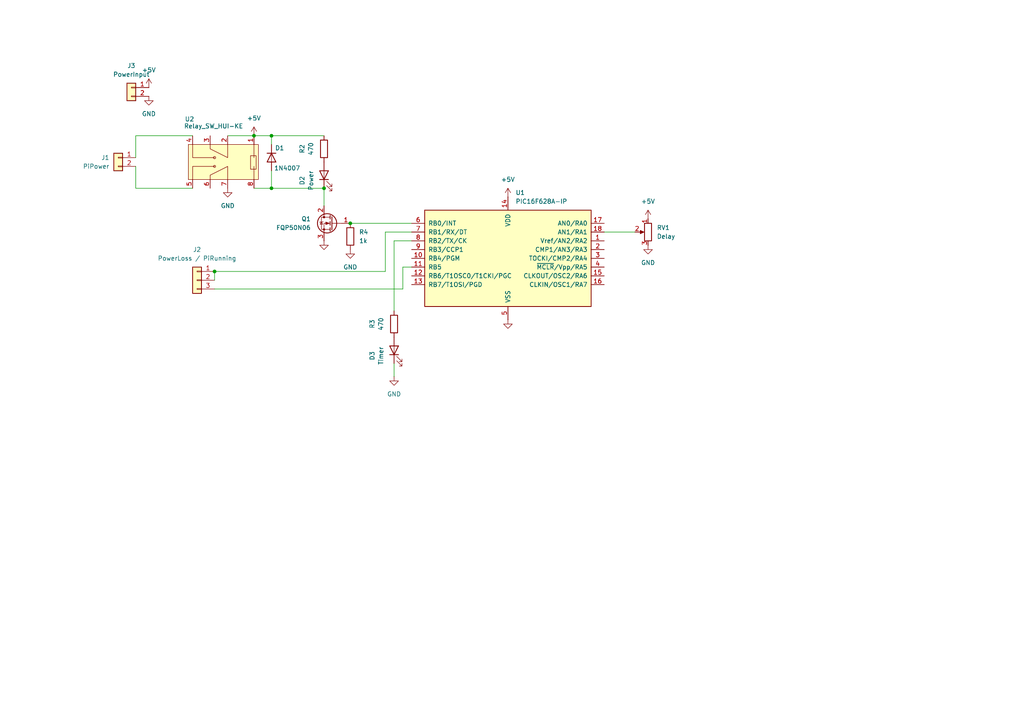
<source format=kicad_sch>
(kicad_sch (version 20231120) (generator "eeschema") (generator_version "8.0")
  (paper "A4")
  (lib_symbols
    (symbol "Connector_Generic:Conn_01x02" (pin_names (offset 1.016) hide)
      (property "Reference" "J" (at 0 2.54 0))
      (property "Value" "Conn_01x02" (at 0 -5.08 0))
      (symbol "Conn_01x02_1_1"
        (rectangle (start -1.27 -2.413) (end 0 -2.667) (stroke (width 0.1524)))
        (rectangle (start -1.27 0.127) (end 0 -0.127) (stroke (width 0.1524)))
        (rectangle (start -1.27 1.27) (end 1.27 -3.81) (stroke (width 0.254)) (fill (type background)))
        (pin passive line (at -5.08 0 0) (length 3.81) (name "Pin_1") (number "1"))
        (pin passive line (at -5.08 -2.54 0) (length 3.81) (name "Pin_2") (number "2"))
      )
    )
    (symbol "Connector_Generic:Conn_01x03" (pin_names (offset 1.016) hide)
      (property "Reference" "J" (at 0 5.08 0))
      (property "Value" "Conn_01x03" (at 0 -5.08 0))
      (symbol "Conn_01x03_1_1"
        (rectangle (start -1.27 -2.413) (end 0 -2.667) (stroke (width 0.1524)))
        (rectangle (start -1.27 0.127) (end 0 -0.127) (stroke (width 0.1524)))
        (rectangle (start -1.27 2.667) (end 0 2.413) (stroke (width 0.1524)))
        (rectangle (start -1.27 3.81) (end 1.27 -3.81) (stroke (width 0.254)) (fill (type background)))
        (pin passive line (at -5.08 2.54 0) (length 3.81) (name "Pin_1") (number "1"))
        (pin passive line (at -5.08 0 0) (length 3.81) (name "Pin_2") (number "2"))
        (pin passive line (at -5.08 -2.54 0) (length 3.81) (name "Pin_3") (number "3"))
      )
    )
    (symbol "Device:LED" (pin_numbers hide) (pin_names (offset 1.016) hide)
      (property "Reference" "D" (at 0 2.54 0))
      (property "Value" "LED" (at 0 -2.54 0))
      (symbol "LED_0_1"
        (polyline (pts (xy -1.27 -1.27) (xy -1.27 1.27)) (stroke (width 0.254)))
        (polyline (pts (xy -1.27 0) (xy 1.27 0)))
        (polyline (pts (xy 1.27 -1.27) (xy 1.27 1.27) (xy -1.27 0) (xy 1.27 -1.27)) (stroke (width 0.254)))
        (polyline (pts (xy -3.048 -0.762) (xy -4.572 -2.286) (xy -3.81 -2.286) (xy -4.572 -2.286) (xy -4.572 -1.524)))
        (polyline (pts (xy -1.778 -0.762) (xy -3.302 -2.286) (xy -2.54 -2.286) (xy -3.302 -2.286) (xy -3.302 -1.524)))
      )
      (symbol "LED_1_1"
        (pin passive line (at -3.81 0 0) (length 2.54) (name "K") (number "1"))
        (pin passive line (at 3.81 0 180) (length 2.54) (name "A") (number "2"))
      )
    )
    (symbol "Device:Q_NMOS_GDS" (pin_names (offset 0) hide)
      (property "Reference" "Q" (at 5.08 1.27 0))
      (property "Value" "Q_NMOS_GDS" (at 5.08 -1.27 0))
      (symbol "Q_NMOS_GDS_0_1"
        (polyline (pts (xy 0.254 0) (xy -2.54 0)))
        (polyline (pts (xy 0.254 1.905) (xy 0.254 -1.905)) (stroke (width 0.254)))
        (polyline (pts (xy 0.762 -1.27) (xy 0.762 -2.286)) (stroke (width 0.254)))
        (polyline (pts (xy 0.762 0.508) (xy 0.762 -0.508)) (stroke (width 0.254)))
        (polyline (pts (xy 0.762 2.286) (xy 0.762 1.27)) (stroke (width 0.254)))
        (polyline (pts (xy 2.54 2.54) (xy 2.54 1.778)))
        (polyline (pts (xy 2.54 -2.54) (xy 2.54 0) (xy 0.762 0)))
        (polyline (pts (xy 0.762 -1.778) (xy 3.302 -1.778) (xy 3.302 1.778) (xy 0.762 1.778)))
        (polyline (pts (xy 1.016 0) (xy 2.032 0.381) (xy 2.032 -0.381) (xy 1.016 0)) (fill (type outline)))
        (polyline (pts (xy 2.794 0.508) (xy 2.921 0.381) (xy 3.683 0.381) (xy 3.81 0.254)))
        (polyline (pts (xy 3.302 0.381) (xy 2.921 -0.254) (xy 3.683 -0.254) (xy 3.302 0.381)))
        (circle (center 1.651 0) (radius 2.794) (stroke (width 0.254)))
        (circle (center 2.54 -1.778) (radius 0.254) (fill (type outline)))
        (circle (center 2.54 1.778) (radius 0.254) (fill (type outline)))
      )
      (symbol "Q_NMOS_GDS_1_1"
        (pin input line (at -5.08 0 0) (length 2.54) (name "G") (number "1"))
        (pin passive line (at 2.54 5.08 270) (length 2.54) (name "D") (number "2"))
        (pin passive line (at 2.54 -5.08 90) (length 2.54) (name "S") (number "3"))
      )
    )
    (symbol "Device:R" (pin_numbers hide) (pin_names (offset 0))
      (property "Reference" "R" (at 2.032 0 90))
      (property "Value" "R" (at 0 0 90))
      (symbol "R_0_1"
        (rectangle (start -1.016 -2.54) (end 1.016 2.54) (stroke (width 0.254)))
      )
      (symbol "R_1_1"
        (pin passive line (at 0 3.81 270) (length 1.27) (name "~") (number "1"))
        (pin passive line (at 0 -3.81 90) (length 1.27) (name "~") (number "2"))
      )
    )
    (symbol "Device:R_Potentiometer" (pin_names (offset 1.016) hide)
      (property "Reference" "RV" (at -4.445 0 90))
      (property "Value" "R_Potentiometer" (at -2.54 0 90))
      (symbol "R_Potentiometer_0_1"
        (polyline (pts (xy 2.54 0) (xy 1.524 0)))
        (polyline (pts (xy 1.143 0) (xy 2.286 0.508) (xy 2.286 -0.508) (xy 1.143 0)) (fill (type outline)))
        (rectangle (start 1.016 2.54) (end -1.016 -2.54) (stroke (width 0.254)))
      )
      (symbol "R_Potentiometer_1_1"
        (pin passive line (at 0 3.81 270) (length 1.27) (name "1") (number "1"))
        (pin passive line (at 3.81 0 180) (length 1.27) (name "2") (number "2"))
        (pin passive line (at 0 -3.81 90) (length 1.27) (name "3") (number "3"))
      )
    )
    (symbol "Diode:1N4007" (pin_numbers hide) (pin_names hide)
      (property "Reference" "D" (at 0 2.54 0))
      (property "Value" "1N4007" (at 0 -2.54 0))
      (symbol "1N4007_0_1"
        (polyline (pts (xy -1.27 1.27) (xy -1.27 -1.27)) (stroke (width 0.254)))
        (polyline (pts (xy 1.27 0) (xy -1.27 0)))
        (polyline (pts (xy 1.27 1.27) (xy 1.27 -1.27) (xy -1.27 0) (xy 1.27 1.27)) (stroke (width 0.254)))
      )
      (symbol "1N4007_1_1"
        (pin passive line (at -3.81 0 0) (length 2.54) (name "K") (number "1"))
        (pin passive line (at 3.81 0 180) (length 2.54) (name "A") (number "2"))
      )
    )
    (symbol "MCU_Microchip_PIC16:PIC16F628A-IP" (pin_names (offset 1.016))
      (property "Reference" "U" (at -24.13 17.78 0))
      (property "Value" "PIC16F628A-IP" (at -24.13 15.24 0))
      (symbol "PIC16F628A-IP_0_1"
        (rectangle (start 24.13 13.97) (end -24.13 -13.97) (stroke (width 0.254)) (fill (type background)))
      )
      (symbol "PIC16F628A-IP_1_1"
        (pin bidirectional line (at 27.94 5.08 180) (length 3.81) (name "Vref/AN2/RA2") (number "1"))
        (pin bidirectional line (at -27.94 0 0) (length 3.81) (name "RB4/PGM") (number "10"))
        (pin bidirectional line (at -27.94 -2.54 0) (length 3.81) (name "RB5") (number "11"))
        (pin bidirectional line (at -27.94 -5.08 0) (length 3.81) (name "RB6/T1OSC0/T1CKI/PGC") (number "12"))
        (pin bidirectional line (at -27.94 -7.62 0) (length 3.81) (name "RB7/T1OSI/PGD") (number "13"))
        (pin power_in line (at 0 17.78 270) (length 3.81) (name "VDD") (number "14"))
        (pin bidirectional line (at 27.94 -5.08 180) (length 3.81) (name "CLKOUT/OSC2/RA6") (number "15"))
        (pin bidirectional line (at 27.94 -7.62 180) (length 3.81) (name "CLKIN/OSC1/RA7") (number "16"))
        (pin bidirectional line (at 27.94 10.16 180) (length 3.81) (name "AN0/RA0") (number "17"))
        (pin bidirectional line (at 27.94 7.62 180) (length 3.81) (name "AN1/RA1") (number "18"))
        (pin bidirectional line (at 27.94 2.54 180) (length 3.81) (name "CMP1/AN3/RA3") (number "2"))
        (pin bidirectional line (at 27.94 0 180) (length 3.81) (name "TOCKI/CMP2/RA4") (number "3"))
        (pin input line (at 27.94 -2.54 180) (length 3.81) (name "~{MCLR}/Vpp/RA5") (number "4"))
        (pin power_in line (at 0 -17.78 90) (length 3.81) (name "VSS") (number "5"))
        (pin bidirectional line (at -27.94 10.16 0) (length 3.81) (name "RB0/INT") (number "6"))
        (pin bidirectional line (at -27.94 7.62 0) (length 3.81) (name "RB1/RX/DT") (number "7"))
        (pin bidirectional line (at -27.94 5.08 0) (length 3.81) (name "RB2/TX/CK") (number "8"))
        (pin bidirectional line (at -27.94 2.54 0) (length 3.81) (name "RB3/CCP1") (number "9"))
      )
    )
    (symbol "power:+5V" (power) (pin_numbers hide) (pin_names (offset 0) hide)
      (property "Value" "+5V" (at 0 3.556 0))
      (symbol "+5V_0_1"
        (polyline (pts (xy -0.762 1.27) (xy 0 2.54)))
        (polyline (pts (xy 0 0) (xy 0 2.54)))
        (polyline (pts (xy 0 2.54) (xy 0.762 1.27)))
      )
      (symbol "+5V_1_1"
        (pin power_in line (at 0 0 90) (length 0) (name "~") (number "1"))
      )
    )
    (symbol "power:GND" (power) (pin_numbers hide) (pin_names (offset 0) hide)
      (property "Value" "GND" (at 0 -3.81 0))
      (symbol "GND_0_1"
        (polyline (pts (xy 0 0) (xy 0 -1.27) (xy 1.27 -1.27) (xy 0 -2.54) (xy -1.27 -1.27) (xy 0 -1.27)))
      )
      (symbol "GND_1_1"
        (pin power_in line (at 0 0 270) (length 0) (name "~") (number "1"))
      )
    )
    (symbol "relay_sw_hui-ke:Relay_SW_HUI-KE" (pin_names (offset 1.016))
      (property "Reference" "U" (at 5.08 11.43 0))
      (property "Value" "Relay_SW_HUI-KE" (at 5.08 13.97 0))
      (symbol "Relay_SW_HUI-KE_0_1"
        (polyline (pts (xy 0 7.62) (xy 3.81 7.62)))
        (polyline (pts (xy 10.16 7.62) (xy 6.35 7.62)))
        (polyline (pts (xy 0 -10.16) (xy 3.81 -10.16) (xy 3.81 -3.81)))
        (polyline (pts (xy 10.16 -10.16) (xy 6.35 -10.16) (xy 6.35 -3.81)))
        (polyline (pts (xy 0 0) (xy 3.81 0) (xy 1.27 -5.08) (xy 0 -5.08)))
        (polyline (pts (xy 10.16 0) (xy 6.35 0) (xy 8.89 -5.08) (xy 10.16 -5.08)))
        (rectangle (start 0 8.89) (end 10.16 -11.43) (fill (type background)))
        (rectangle (start 3.2512 8.255) (end 7.1628 6.6294))
        (circle (center 3.81 -3.81) (radius 0.3302))
        (circle (center 6.35 -3.81) (radius 0.3048))
      )
      (symbol "Relay_SW_HUI-KE_1_1"
        (pin passive line (at -2.54 7.62 0) (length 2.54) (name "") (number "1"))
        (pin passive line (at -2.54 0 0) (length 2.54) (name "") (number "2"))
        (pin passive line (at -2.54 -5.08 0) (length 2.54) (name "") (number "3"))
        (pin passive line (at -2.54 -10.16 0) (length 2.54) (name "") (number "4"))
        (pin passive line (at 12.7 -10.16 180) (length 2.54) (name "") (number "5"))
        (pin passive line (at 12.7 -5.08 180) (length 2.54) (name "") (number "6"))
        (pin passive line (at 12.7 0 180) (length 2.54) (name "") (number "7"))
        (pin passive line (at 12.7 7.62 180) (length 2.54) (name "") (number "8"))
      )
    )
  )
  (junction (at 93.98 54.61))
  (junction (at 62.23 78.74))
  (junction (at 101.6 64.77))
  (junction (at 78.74 54.61))
  (junction (at 78.74 39.37))
  (junction (at 73.66 39.37))
  (wire (pts (xy 114.3 90.17) (xy 114.3 69.85)))
  (wire (pts (xy 175.26 67.31) (xy 184.15 67.31)))
  (wire (pts (xy 78.74 41.91) (xy 78.74 39.37)))
  (wire (pts (xy 78.74 54.61) (xy 78.74 49.53)))
  (wire (pts (xy 78.74 39.37) (xy 73.66 39.37)))
  (wire (pts (xy 73.66 54.61) (xy 78.74 54.61)))
  (wire (pts (xy 62.23 83.82) (xy 116.84 83.82)))
  (wire (pts (xy 66.04 39.37) (xy 73.66 39.37)))
  (wire (pts (xy 93.98 54.61) (xy 93.98 59.69)))
  (wire (pts (xy 116.84 83.82) (xy 116.84 77.47)))
  (wire (pts (xy 78.74 54.61) (xy 93.98 54.61)))
  (wire (pts (xy 101.6 64.77) (xy 119.38 64.77)))
  (wire (pts (xy 111.76 78.74) (xy 111.76 67.31)))
  (wire (pts (xy 55.88 54.61) (xy 39.37 54.61)))
  (wire (pts (xy 111.76 67.31) (xy 119.38 67.31)))
  (wire (pts (xy 114.3 69.85) (xy 119.38 69.85)))
  (wire (pts (xy 39.37 39.37) (xy 39.37 45.72)))
  (wire (pts (xy 62.23 78.74) (xy 62.23 81.28)))
  (wire (pts (xy 39.37 54.61) (xy 39.37 48.26)))
  (wire (pts (xy 62.23 78.74) (xy 111.76 78.74)))
  (wire (pts (xy 78.74 39.37) (xy 93.98 39.37)))
  (wire (pts (xy 116.84 77.47) (xy 119.38 77.47)))
  (wire (pts (xy 55.88 39.37) (xy 39.37 39.37)))
  (wire (pts (xy 114.3 109.22) (xy 114.3 105.41)))
  (symbol (lib_id "Device:LED") (at 114.3 101.6 90) (unit 1)
    (property "Reference" "D3" (at 107.95 103.1875 0))
    (property "Value" "Timer" (at 110.49 103.1875 0))
    (property "Footprint" "LED_THT:LED_D3.0mm_Clear" (effects (hide yes)))
    (property "Description" "Light emitting diode" (effects (hide yes)))
  )
  (symbol (lib_id "power:GND") (at 43.18 27.94 0) (unit 1)
    (property "Reference" "#PWR010" (effects (hide yes)))
    (property "Value" "GND" (at 43.18 33.02 0))
    (property "Description" "Power symbol creates a global label with name \"GND\" , ground" (effects (hide yes)))
  )
  (symbol (lib_id "power:GND") (at 147.32 92.71 0) (unit 1)
    (property "Reference" "#PWR01" (effects (hide yes)))
    (property "Value" "GND" (effects (hide yes)))
    (property "Description" "Power symbol creates a global label with name \"GND\" , ground" (effects (hide yes)))
  )
  (symbol (lib_id "Device:R") (at 93.98 43.18 180) (unit 1)
    (property "Reference" "R2" (at 87.63 43.18 90))
    (property "Value" "470" (at 90.17 43.18 90))
    (property "Footprint" "Resistor_THT:R_Axial_DIN0204_L3.6mm_D1.6mm_P5.08mm_Horizontal" (effects (hide yes)))
    (property "Description" "Resistor" (effects (hide yes)))
  )
  (symbol (lib_id "power:GND") (at 114.3 109.22 0) (unit 1)
    (property "Reference" "#PWR04" (effects (hide yes)))
    (property "Value" "GND" (at 114.3 114.3 0))
    (property "Description" "Power symbol creates a global label with name \"GND\" , ground" (effects (hide yes)))
  )
  (symbol (lib_id "Device:Q_NMOS_GDS") (at 96.52 64.77 0) (mirror y) (unit 1)
    (property "Reference" "Q1" (at 90.17 63.4999 0) (effects (justify left)))
    (property "Value" "FQP50N06" (at 90.17 66.0399 0) (effects (justify left)))
    (property "Footprint" "Package_TO_SOT_THT:TO-220-3_Vertical" (effects (hide yes)))
    (property "Description" "N-MOSFET transistor, gate/drain/source" (effects (hide yes)))
  )
  (symbol (lib_id "power:GND") (at 187.96 71.12 0) (unit 1)
    (property "Reference" "#PWR07" (effects (hide yes)))
    (property "Value" "GND" (at 187.96 76.2 0))
    (property "Description" "Power symbol creates a global label with name \"GND\" , ground" (effects (hide yes)))
  )
  (symbol (lib_id "MCU_Microchip_PIC16:PIC16F628A-IP") (at 147.32 74.93 0) (unit 1)
    (property "Reference" "U1" (at 149.5141 55.88 0) (effects (justify left)))
    (property "Value" "PIC16F628A-IP" (at 149.5141 58.42 0) (effects (justify left)))
    (property "Footprint" "Package_DIP:DIP-18_W7.62mm_LongPads" (effects (hide yes)))
    (property "Datasheet" "http://ww1.microchip.com/downloads/en/DeviceDoc/40300c.pdf" (effects (hide yes)))
    (property "Description" "2048W Flash, 224B SRAM, 128B EEPROM, DIP18" (effects (hide yes)))
  )
  (symbol (lib_id "Device:R_Potentiometer") (at 187.96 67.31 0) (mirror y) (unit 1)
    (property "Reference" "RV1" (at 190.5 66.0399 0) (effects (justify right)))
    (property "Value" "Delay" (at 190.5 68.5799 0) (effects (justify right)))
    (property "Footprint" "z_custom:POT_3386G" (effects (hide yes)))
    (property "Description" "Potentiometer" (effects (hide yes)))
  )
  (symbol (lib_id "power:GND") (at 93.98 69.85 0) (unit 1)
    (property "Reference" "#PWR05" (effects (hide yes)))
    (property "Value" "GND" (effects (hide yes)))
    (property "Description" "Power symbol creates a global label with name \"GND\" , ground" (effects (hide yes)))
  )
  (symbol (lib_id "Diode:1N4007") (at 78.74 45.72 270) (unit 1)
    (property "Reference" "D1" (at 79.756 42.926 90) (effects (justify left)))
    (property "Value" "1N4007" (at 79.502 48.768 90) (effects (justify left)))
    (property "Footprint" "Diode_THT:D_DO-41_SOD81_P10.16mm_Horizontal" (effects (hide yes)))
    (property "Datasheet" "http://www.vishay.com/docs/88503/1n4001.pdf" (effects (hide yes)))
    (property "Description" "1000V 1A General Purpose Rectifier Diode, DO-41" (effects (hide yes)))
    (property "Sim.Device" "D" (effects (hide yes)))
    (property "Sim.Pins" "1=K 2=A" (effects (hide yes)))
  )
  (symbol (lib_id "Device:LED") (at 93.98 50.8 90) (unit 1)
    (property "Reference" "D2" (at 87.63 52.3875 0))
    (property "Value" "Power" (at 90.17 52.3875 0))
    (property "Footprint" "LED_THT:LED_D3.0mm_Clear" (effects (hide yes)))
    (property "Description" "Light emitting diode" (effects (hide yes)))
  )
  (symbol (lib_id "power:GND") (at 101.6 72.39 0) (unit 1)
    (property "Reference" "#PWR011" (effects (hide yes)))
    (property "Value" "GND" (at 101.6 77.47 0))
    (property "Description" "Power symbol creates a global label with name \"GND\" , ground" (effects (hide yes)))
  )
  (symbol (lib_id "Device:R") (at 114.3 93.98 180) (unit 1)
    (property "Reference" "R3" (at 107.95 93.98 90))
    (property "Value" "470" (at 110.49 93.98 90))
    (property "Footprint" "Resistor_THT:R_Axial_DIN0204_L3.6mm_D1.6mm_P5.08mm_Horizontal" (effects (hide yes)))
    (property "Description" "Resistor" (effects (hide yes)))
  )
  (symbol (lib_id "power:+5V") (at 147.32 57.15 0) (unit 1)
    (property "Reference" "#PWR02" (effects (hide yes)))
    (property "Value" "+5V" (at 147.32 52.07 0))
    (property "Description" "Power symbol creates a global label with name \"+5V\"" (effects (hide yes)))
  )
  (symbol (lib_id "power:+5V") (at 187.96 63.5 0) (unit 1)
    (property "Reference" "#PWR08" (effects (hide yes)))
    (property "Value" "+5V" (at 187.96 58.42 0))
    (property "Description" "Power symbol creates a global label with name \"+5V\"" (effects (hide yes)))
  )
  (symbol (lib_id "Connector_Generic:Conn_01x03") (at 57.15 81.28 0) (mirror y) (unit 1)
    (property "Reference" "J2" (at 57.15 72.39 0))
    (property "Value" "PowerLoss / PiRunning" (at 57.15 74.93 0))
    (property "Footprint" "Connector_PinHeader_2.54mm:PinHeader_1x03_P2.54mm_Vertical" (effects (hide yes)))
    (property "Description" "Generic connector, single row, 01x03, script generated (kicad-library-utils/schlib/autogen/connector/)" (effects (hide yes)))
  )
  (symbol (lib_id "Connector_Generic:Conn_01x02") (at 34.29 45.72 0) (mirror y) (unit 1)
    (property "Reference" "J1" (at 31.75 45.7199 0) (effects (justify left)))
    (property "Value" "PiPower" (at 31.75 48.2599 0) (effects (justify left)))
    (property "Footprint" "Connector_PinHeader_2.54mm:PinHeader_1x02_P2.54mm_Vertical" (effects (hide yes)))
    (property "Description" "Generic connector, single row, 01x02, script generated (kicad-library-utils/schlib/autogen/connector/)" (effects (hide yes)))
  )
  (symbol (lib_id "power:+5V") (at 73.66 39.37 0) (unit 1)
    (property "Reference" "#PWR03" (effects (hide yes)))
    (property "Value" "+5V" (at 73.66 34.29 0))
    (property "Description" "Power symbol creates a global label with name \"+5V\"" (effects (hide yes)))
  )
  (symbol (lib_id "relay_sw_hui-ke:Relay_SW_HUI-KE") (at 66.04 41.91 270) (unit 1)
    (property "Reference" "U2" (at 53.594 34.544 90) (effects (justify left)))
    (property "Value" "Relay_SW_HUI-KE" (at 53.34 36.576 90) (effects (justify left)))
    (property "Footprint" "z_Switches:Relay_HUI-KE" (effects (hide yes)))
  )
  (symbol (lib_id "Connector_Generic:Conn_01x02") (at 38.1 25.4 0) (mirror y) (unit 1)
    (property "Reference" "J3" (at 38.1 19.05 0))
    (property "Value" "PowerInput" (at 38.1 21.59 0))
    (property "Footprint" "Connector_PinHeader_2.54mm:PinHeader_1x02_P2.54mm_Vertical" (effects (hide yes)))
    (property "Description" "Generic connector, single row, 01x02, script generated (kicad-library-utils/schlib/autogen/connector/)" (effects (hide yes)))
  )
  (symbol (lib_id "Device:R") (at 101.6 68.58 0) (unit 1)
    (property "Reference" "R4" (at 104.14 67.3099 0) (effects (justify left)))
    (property "Value" "1k" (at 104.14 69.8499 0) (effects (justify left)))
    (property "Footprint" "Resistor_THT:R_Axial_DIN0204_L3.6mm_D1.6mm_P5.08mm_Horizontal" (effects (hide yes)))
    (property "Description" "Resistor" (effects (hide yes)))
  )
  (symbol (lib_id "power:+5V") (at 43.18 25.4 0) (unit 1)
    (property "Reference" "#PWR09" (effects (hide yes)))
    (property "Value" "+5V" (at 43.18 20.32 0))
    (property "Description" "Power symbol creates a global label with name \"+5V\"" (effects (hide yes)))
  )
  (symbol (lib_id "power:GND") (at 66.04 54.61 0) (unit 1)
    (property "Reference" "#PWR06" (effects (hide yes)))
    (property "Value" "GND" (at 66.04 59.69 0))
    (property "Description" "Power symbol creates a global label with name \"GND\" , ground" (effects (hide yes)))
  )
)
</source>
